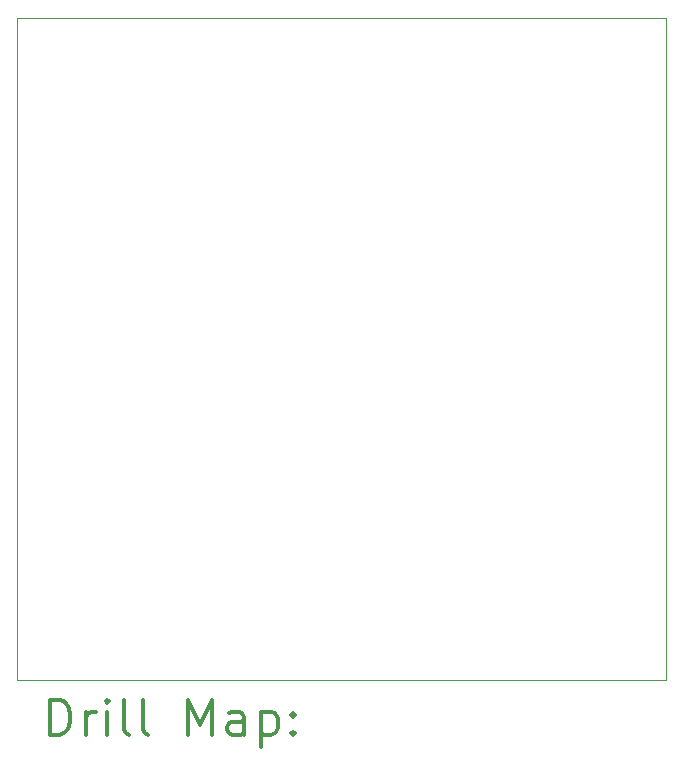
<source format=gbr>
%FSLAX45Y45*%
G04 Gerber Fmt 4.5, Leading zero omitted, Abs format (unit mm)*
G04 Created by KiCad (PCBNEW (5.1.9)-1) date 2021-05-18 22:54:30*
%MOMM*%
%LPD*%
G01*
G04 APERTURE LIST*
%TA.AperFunction,Profile*%
%ADD10C,0.050000*%
%TD*%
%ADD11C,0.200000*%
%ADD12C,0.300000*%
G04 APERTURE END LIST*
D10*
X6200000Y-11200000D02*
X6200000Y-5600000D01*
X11700000Y-11200000D02*
X6200000Y-11200000D01*
X11700000Y-5600000D02*
X11700000Y-11200000D01*
X6200000Y-5600000D02*
X11700000Y-5600000D01*
D11*
D12*
X6483928Y-11668214D02*
X6483928Y-11368214D01*
X6555357Y-11368214D01*
X6598214Y-11382500D01*
X6626786Y-11411071D01*
X6641071Y-11439643D01*
X6655357Y-11496786D01*
X6655357Y-11539643D01*
X6641071Y-11596786D01*
X6626786Y-11625357D01*
X6598214Y-11653929D01*
X6555357Y-11668214D01*
X6483928Y-11668214D01*
X6783928Y-11668214D02*
X6783928Y-11468214D01*
X6783928Y-11525357D02*
X6798214Y-11496786D01*
X6812500Y-11482500D01*
X6841071Y-11468214D01*
X6869643Y-11468214D01*
X6969643Y-11668214D02*
X6969643Y-11468214D01*
X6969643Y-11368214D02*
X6955357Y-11382500D01*
X6969643Y-11396786D01*
X6983928Y-11382500D01*
X6969643Y-11368214D01*
X6969643Y-11396786D01*
X7155357Y-11668214D02*
X7126786Y-11653929D01*
X7112500Y-11625357D01*
X7112500Y-11368214D01*
X7312500Y-11668214D02*
X7283928Y-11653929D01*
X7269643Y-11625357D01*
X7269643Y-11368214D01*
X7655357Y-11668214D02*
X7655357Y-11368214D01*
X7755357Y-11582500D01*
X7855357Y-11368214D01*
X7855357Y-11668214D01*
X8126786Y-11668214D02*
X8126786Y-11511071D01*
X8112500Y-11482500D01*
X8083928Y-11468214D01*
X8026786Y-11468214D01*
X7998214Y-11482500D01*
X8126786Y-11653929D02*
X8098214Y-11668214D01*
X8026786Y-11668214D01*
X7998214Y-11653929D01*
X7983928Y-11625357D01*
X7983928Y-11596786D01*
X7998214Y-11568214D01*
X8026786Y-11553929D01*
X8098214Y-11553929D01*
X8126786Y-11539643D01*
X8269643Y-11468214D02*
X8269643Y-11768214D01*
X8269643Y-11482500D02*
X8298214Y-11468214D01*
X8355357Y-11468214D01*
X8383928Y-11482500D01*
X8398214Y-11496786D01*
X8412500Y-11525357D01*
X8412500Y-11611071D01*
X8398214Y-11639643D01*
X8383928Y-11653929D01*
X8355357Y-11668214D01*
X8298214Y-11668214D01*
X8269643Y-11653929D01*
X8541071Y-11639643D02*
X8555357Y-11653929D01*
X8541071Y-11668214D01*
X8526786Y-11653929D01*
X8541071Y-11639643D01*
X8541071Y-11668214D01*
X8541071Y-11482500D02*
X8555357Y-11496786D01*
X8541071Y-11511071D01*
X8526786Y-11496786D01*
X8541071Y-11482500D01*
X8541071Y-11511071D01*
M02*

</source>
